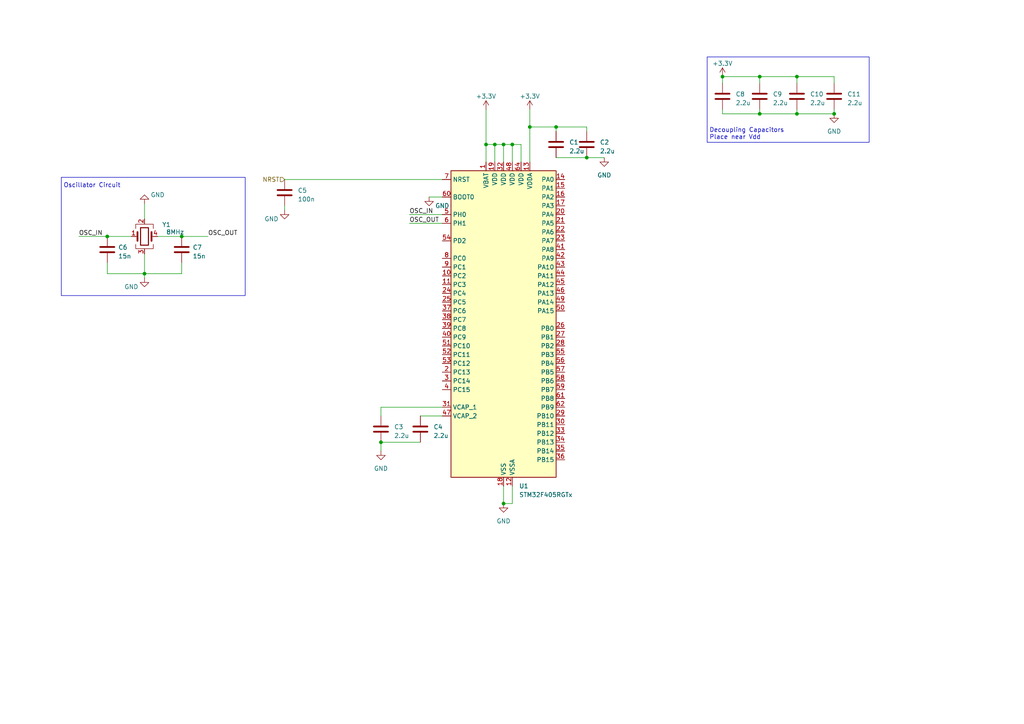
<source format=kicad_sch>
(kicad_sch (version 20230121) (generator eeschema)
  (paper "A4")
  (lib_symbols
    (symbol "Device:C" (pin_numbers hide) (pin_names (offset 0.254))
      (property "Reference" "C" (at 0.635 2.54 0))
      (property "Value" "C" (at 0.635 -2.54 0))
      (symbol "C_0_1"
        (polyline (pts (xy -2.032 -0.762) (xy 2.032 -0.762)) (stroke (width 0.508)))
        (polyline (pts (xy -2.032 0.762) (xy 2.032 0.762)) (stroke (width 0.508)))
      )
      (symbol "C_1_1"
        (pin passive line (at 0 3.81 270) (length 2.794) (name "~") (number "1"))
        (pin passive line (at 0 -3.81 90) (length 2.794) (name "~") (number "2"))
      )
    )
    (symbol "Device:Crystal_GND23" (pin_names (offset 1.016) hide)
      (property "Reference" "Y" (at 3.175 5.08 0))
      (property "Value" "Crystal_GND23" (at 3.175 3.175 0))
      (symbol "Crystal_GND23_0_1"
        (rectangle (start -1.143 2.54) (end 1.143 -2.54) (stroke (width 0.3048)))
        (polyline (pts (xy -2.54 0) (xy -2.032 0)))
        (polyline (pts (xy -2.032 -1.27) (xy -2.032 1.27)) (stroke (width 0.508)))
        (polyline (pts (xy 0 -3.81) (xy 0 -3.556)))
        (polyline (pts (xy 0 3.556) (xy 0 3.81)))
        (polyline (pts (xy 2.032 -1.27) (xy 2.032 1.27)) (stroke (width 0.508)))
        (polyline (pts (xy 2.032 0) (xy 2.54 0)))
        (polyline (pts (xy -2.54 -2.286) (xy -2.54 -3.556) (xy 2.54 -3.556) (xy 2.54 -2.286)))
        (polyline (pts (xy -2.54 2.286) (xy -2.54 3.556) (xy 2.54 3.556) (xy 2.54 2.286)))
      )
      (symbol "Crystal_GND23_1_1"
        (pin passive line (at -3.81 0 0) (length 1.27) (name "1") (number "1"))
        (pin passive line (at 0 5.08 270) (length 1.27) (name "2") (number "2"))
        (pin passive line (at 0 -5.08 90) (length 1.27) (name "3") (number "3"))
        (pin passive line (at 3.81 0 180) (length 1.27) (name "4") (number "4"))
      )
    )
    (symbol "MCU_ST_STM32F4:STM32F405RGTx"
      (property "Reference" "U" (at -15.24 46.99 0))
      (property "Value" "STM32F405RGTx" (at 10.16 46.99 0))
      (symbol "STM32F405RGTx_0_1"
        (rectangle (start -15.24 -43.18) (end 15.24 45.72) (stroke (width 0.254)) (fill (type background)))
      )
      (symbol "STM32F405RGTx_1_1"
        (pin power_in line (at -5.08 48.26 270) (length 2.54) (name "VBAT") (number "1"))
        (pin bidirectional line (at -17.78 15.24 0) (length 2.54) (name "PC2") (number "10"))
        (pin bidirectional line (at -17.78 12.7 0) (length 2.54) (name "PC3") (number "11"))
        (pin power_in line (at 2.54 -45.72 90) (length 2.54) (name "VSSA") (number "12"))
        (pin power_in line (at 7.62 48.26 270) (length 2.54) (name "VDDA") (number "13"))
        (pin bidirectional line (at 17.78 43.18 180) (length 2.54) (name "PA0") (number "14"))
        (pin bidirectional line (at 17.78 40.64 180) (length 2.54) (name "PA1") (number "15"))
        (pin bidirectional line (at 17.78 38.1 180) (length 2.54) (name "PA2") (number "16"))
        (pin bidirectional line (at 17.78 35.56 180) (length 2.54) (name "PA3") (number "17"))
        (pin power_in line (at 0 -45.72 90) (length 2.54) (name "VSS") (number "18"))
        (pin power_in line (at -2.54 48.26 270) (length 2.54) (name "VDD") (number "19"))
        (pin bidirectional line (at -17.78 -12.7 0) (length 2.54) (name "PC13") (number "2"))
        (pin bidirectional line (at 17.78 33.02 180) (length 2.54) (name "PA4") (number "20"))
        (pin bidirectional line (at 17.78 30.48 180) (length 2.54) (name "PA5") (number "21"))
        (pin bidirectional line (at 17.78 27.94 180) (length 2.54) (name "PA6") (number "22"))
        (pin bidirectional line (at 17.78 25.4 180) (length 2.54) (name "PA7") (number "23"))
        (pin bidirectional line (at -17.78 10.16 0) (length 2.54) (name "PC4") (number "24"))
        (pin bidirectional line (at -17.78 7.62 0) (length 2.54) (name "PC5") (number "25"))
        (pin bidirectional line (at 17.78 0 180) (length 2.54) (name "PB0") (number "26"))
        (pin bidirectional line (at 17.78 -2.54 180) (length 2.54) (name "PB1") (number "27"))
        (pin bidirectional line (at 17.78 -5.08 180) (length 2.54) (name "PB2") (number "28"))
        (pin bidirectional line (at 17.78 -25.4 180) (length 2.54) (name "PB10") (number "29"))
        (pin bidirectional line (at -17.78 -15.24 0) (length 2.54) (name "PC14") (number "3"))
        (pin bidirectional line (at 17.78 -27.94 180) (length 2.54) (name "PB11") (number "30"))
        (pin power_out line (at -17.78 -22.86 0) (length 2.54) (name "VCAP_1") (number "31"))
        (pin power_in line (at 0 48.26 270) (length 2.54) (name "VDD") (number "32"))
        (pin bidirectional line (at 17.78 -30.48 180) (length 2.54) (name "PB12") (number "33"))
        (pin bidirectional line (at 17.78 -33.02 180) (length 2.54) (name "PB13") (number "34"))
        (pin bidirectional line (at 17.78 -35.56 180) (length 2.54) (name "PB14") (number "35"))
        (pin bidirectional line (at 17.78 -38.1 180) (length 2.54) (name "PB15") (number "36"))
        (pin bidirectional line (at -17.78 5.08 0) (length 2.54) (name "PC6") (number "37"))
        (pin bidirectional line (at -17.78 2.54 0) (length 2.54) (name "PC7") (number "38"))
        (pin bidirectional line (at -17.78 0 0) (length 2.54) (name "PC8") (number "39"))
        (pin bidirectional line (at -17.78 -17.78 0) (length 2.54) (name "PC15") (number "4"))
        (pin bidirectional line (at -17.78 -2.54 0) (length 2.54) (name "PC9") (number "40"))
        (pin bidirectional line (at 17.78 22.86 180) (length 2.54) (name "PA8") (number "41"))
        (pin bidirectional line (at 17.78 20.32 180) (length 2.54) (name "PA9") (number "42"))
        (pin bidirectional line (at 17.78 17.78 180) (length 2.54) (name "PA10") (number "43"))
        (pin bidirectional line (at 17.78 15.24 180) (length 2.54) (name "PA11") (number "44"))
        (pin bidirectional line (at 17.78 12.7 180) (length 2.54) (name "PA12") (number "45"))
        (pin bidirectional line (at 17.78 10.16 180) (length 2.54) (name "PA13") (number "46"))
        (pin power_out line (at -17.78 -25.4 0) (length 2.54) (name "VCAP_2") (number "47"))
        (pin power_in line (at 2.54 48.26 270) (length 2.54) (name "VDD") (number "48"))
        (pin bidirectional line (at 17.78 7.62 180) (length 2.54) (name "PA14") (number "49"))
        (pin bidirectional line (at -17.78 33.02 0) (length 2.54) (name "PH0") (number "5"))
        (pin bidirectional line (at 17.78 5.08 180) (length 2.54) (name "PA15") (number "50"))
        (pin bidirectional line (at -17.78 -5.08 0) (length 2.54) (name "PC10") (number "51"))
        (pin bidirectional line (at -17.78 -7.62 0) (length 2.54) (name "PC11") (number "52"))
        (pin bidirectional line (at -17.78 -10.16 0) (length 2.54) (name "PC12") (number "53"))
        (pin bidirectional line (at -17.78 25.4 0) (length 2.54) (name "PD2") (number "54"))
        (pin bidirectional line (at 17.78 -7.62 180) (length 2.54) (name "PB3") (number "55"))
        (pin bidirectional line (at 17.78 -10.16 180) (length 2.54) (name "PB4") (number "56"))
        (pin bidirectional line (at 17.78 -12.7 180) (length 2.54) (name "PB5") (number "57"))
        (pin bidirectional line (at 17.78 -15.24 180) (length 2.54) (name "PB6") (number "58"))
        (pin bidirectional line (at 17.78 -17.78 180) (length 2.54) (name "PB7") (number "59"))
        (pin bidirectional line (at -17.78 30.48 0) (length 2.54) (name "PH1") (number "6"))
        (pin input line (at -17.78 38.1 0) (length 2.54) (name "BOOT0") (number "60"))
        (pin bidirectional line (at 17.78 -20.32 180) (length 2.54) (name "PB8") (number "61"))
        (pin bidirectional line (at 17.78 -22.86 180) (length 2.54) (name "PB9") (number "62"))
        (pin passive line (at 0 -45.72 90) (length 2.54) hide (name "VSS") (number "63"))
        (pin power_in line (at 5.08 48.26 270) (length 2.54) (name "VDD") (number "64"))
        (pin input line (at -17.78 43.18 0) (length 2.54) (name "NRST") (number "7"))
        (pin bidirectional line (at -17.78 20.32 0) (length 2.54) (name "PC0") (number "8"))
        (pin bidirectional line (at -17.78 17.78 0) (length 2.54) (name "PC1") (number "9"))
      )
    )
    (symbol "power:+3.3V" (power) (pin_names (offset 0))
      (property "Value" "+3.3V" (at 0 3.556 0))
      (symbol "+3.3V_0_1"
        (polyline (pts (xy -0.762 1.27) (xy 0 2.54)))
        (polyline (pts (xy 0 0) (xy 0 2.54)))
        (polyline (pts (xy 0 2.54) (xy 0.762 1.27)))
      )
      (symbol "+3.3V_1_1"
        (pin power_in line (at 0 0 90) (length 0) hide (name "+3.3V") (number "1"))
      )
    )
    (symbol "power:GND" (power) (pin_names (offset 0))
      (property "Value" "GND" (at 0 -3.81 0))
      (symbol "GND_0_1"
        (polyline (pts (xy 0 0) (xy 0 -1.27) (xy 1.27 -1.27) (xy 0 -2.54) (xy -1.27 -1.27) (xy 0 -1.27)))
      )
      (symbol "GND_1_1"
        (pin power_in line (at 0 0 270) (length 0) hide (name "GND") (number "1"))
      )
    )
  )
  (junction (at 146.05 41.91))
  (junction (at 170.18 45.72))
  (junction (at 31.115 68.58))
  (junction (at 153.67 36.83))
  (junction (at 146.05 146.05))
  (junction (at 148.59 41.91))
  (junction (at 52.705 68.58))
  (junction (at 143.51 41.91))
  (junction (at 241.935 33.02))
  (junction (at 220.345 33.02))
  (junction (at 231.14 33.02))
  (junction (at 41.91 79.375))
  (junction (at 110.49 128.27))
  (junction (at 161.29 36.83))
  (junction (at 220.345 22.225))
  (junction (at 140.97 41.91))
  (junction (at 209.55 22.225))
  (junction (at 231.14 22.225))
  (wire (pts (xy 220.345 22.225) (xy 231.14 22.225)))
  (wire (pts (xy 41.91 73.66) (xy 41.91 79.375)))
  (wire (pts (xy 148.59 41.91) (xy 148.59 46.99)))
  (wire (pts (xy 140.97 46.99) (xy 140.97 41.91)))
  (wire (pts (xy 45.72 68.58) (xy 52.705 68.58)))
  (wire (pts (xy 52.705 68.58) (xy 60.325 68.58)))
  (wire (pts (xy 231.14 31.75) (xy 231.14 33.02)))
  (wire (pts (xy 151.13 41.91) (xy 151.13 46.99)))
  (wire (pts (xy 146.05 41.91) (xy 148.59 41.91)))
  (wire (pts (xy 161.29 36.83) (xy 161.29 38.1)))
  (wire (pts (xy 220.345 31.75) (xy 220.345 33.02)))
  (wire (pts (xy 231.14 22.225) (xy 241.935 22.225)))
  (wire (pts (xy 148.59 41.91) (xy 151.13 41.91)))
  (wire (pts (xy 170.18 45.72) (xy 175.26 45.72)))
  (wire (pts (xy 124.46 57.15) (xy 128.27 57.15)))
  (wire (pts (xy 220.345 33.02) (xy 231.14 33.02)))
  (wire (pts (xy 140.97 31.75) (xy 140.97 41.91)))
  (wire (pts (xy 148.59 146.05) (xy 146.05 146.05)))
  (wire (pts (xy 143.51 41.91) (xy 143.51 46.99)))
  (wire (pts (xy 143.51 41.91) (xy 146.05 41.91)))
  (wire (pts (xy 82.55 52.07) (xy 128.27 52.07)))
  (wire (pts (xy 31.115 79.375) (xy 41.91 79.375)))
  (wire (pts (xy 209.55 33.02) (xy 220.345 33.02)))
  (wire (pts (xy 153.67 31.75) (xy 153.67 36.83)))
  (wire (pts (xy 118.745 64.77) (xy 128.27 64.77)))
  (wire (pts (xy 220.345 22.225) (xy 220.345 24.13)))
  (wire (pts (xy 170.18 38.1) (xy 170.18 36.83)))
  (wire (pts (xy 231.14 22.225) (xy 231.14 24.13)))
  (wire (pts (xy 118.745 62.23) (xy 128.27 62.23)))
  (wire (pts (xy 241.935 33.02) (xy 241.935 31.75)))
  (wire (pts (xy 22.86 68.58) (xy 31.115 68.58)))
  (wire (pts (xy 161.29 45.72) (xy 170.18 45.72)))
  (wire (pts (xy 52.705 76.2) (xy 52.705 79.375)))
  (wire (pts (xy 146.05 41.91) (xy 146.05 46.99)))
  (wire (pts (xy 209.55 22.225) (xy 209.55 24.13)))
  (wire (pts (xy 146.05 146.05) (xy 146.05 140.97)))
  (wire (pts (xy 161.29 36.83) (xy 170.18 36.83)))
  (wire (pts (xy 41.91 59.055) (xy 41.91 63.5)))
  (wire (pts (xy 110.49 128.27) (xy 121.92 128.27)))
  (wire (pts (xy 231.14 33.02) (xy 241.935 33.02)))
  (wire (pts (xy 209.55 31.75) (xy 209.55 33.02)))
  (wire (pts (xy 209.55 22.225) (xy 220.345 22.225)))
  (wire (pts (xy 110.49 118.11) (xy 128.27 118.11)))
  (wire (pts (xy 31.115 76.2) (xy 31.115 79.375)))
  (wire (pts (xy 153.67 36.83) (xy 161.29 36.83)))
  (wire (pts (xy 110.49 120.65) (xy 110.49 118.11)))
  (wire (pts (xy 241.935 22.225) (xy 241.935 24.13)))
  (wire (pts (xy 52.705 79.375) (xy 41.91 79.375)))
  (wire (pts (xy 153.67 36.83) (xy 153.67 46.99)))
  (wire (pts (xy 148.59 140.97) (xy 148.59 146.05)))
  (wire (pts (xy 82.55 59.69) (xy 82.55 60.96)))
  (wire (pts (xy 121.92 120.65) (xy 128.27 120.65)))
  (wire (pts (xy 41.91 79.375) (xy 41.91 80.645)))
  (wire (pts (xy 31.115 68.58) (xy 38.1 68.58)))
  (wire (pts (xy 110.49 128.27) (xy 110.49 130.81)))
  (wire (pts (xy 140.97 41.91) (xy 143.51 41.91)))
  (rectangle (start 205.105 16.51) (end 252.095 41.275))
  (rectangle (start 17.78 51.435) (end 71.12 85.725))
  (text "Decoupling Capacitors\nPlace near Vdd" (at 205.74 40.64 0) (effects (font (size 1.27 1.27)) (justify left bottom)))
  (text "Oscillator Circuit" (at 18.415 54.61 0) (effects (font (size 1.27 1.27)) (justify left bottom)))
  (label "OSC_IN" (at 22.86 68.58 0))
  (label "OSC_IN" (at 118.745 62.23 0))
  (label "OSC_OUT" (at 60.325 68.58 0))
  (label "OSC_OUT" (at 118.745 64.77 0))
  (hierarchical_label "NRST" (shape input) (at 82.55 52.07 180))
  (symbol (lib_id "power:GND") (at 41.91 80.645 0) (unit 1)
    (property "Reference" "#PWR09" (effects hide))
    (property "Value" "GND" (at 38.1 83.185 0))
  )
  (symbol (lib_id "Device:Crystal_GND23") (at 41.91 68.58 0) (unit 1)
    (property "Reference" "Y1" (at 48.26 65.1511 0))
    (property "Value" "8MHz" (at 50.8 67.31 0))
  )
  (symbol (lib_id "Device:C") (at 170.18 41.91 0) (unit 1)
    (property "Reference" "C2" (at 173.99 41.275 0) (effects (justify left)))
    (property "Value" "2.2u" (at 173.99 43.815 0) (effects (justify left)))
  )
  (symbol (lib_id "Device:C") (at 161.29 41.91 0) (unit 1)
    (property "Reference" "C1" (at 165.1 41.275 0) (effects (justify left)))
    (property "Value" "2.2u" (at 165.1 43.815 0) (effects (justify left)))
  )
  (symbol (lib_id "Device:C") (at 121.92 124.46 0) (unit 1)
    (property "Reference" "C4" (at 125.73 123.825 0) (effects (justify left)))
    (property "Value" "2.2u" (at 125.73 126.365 0) (effects (justify left)))
  )
  (symbol (lib_id "power:GND") (at 175.26 45.72 0) (unit 1)
    (property "Reference" "#PWR04" (effects hide))
    (property "Value" "GND" (at 175.26 50.8 0))
  )
  (symbol (lib_id "Device:C") (at 231.14 27.94 0) (unit 1)
    (property "Reference" "C10" (at 234.95 27.305 0) (effects (justify left)))
    (property "Value" "2.2u" (at 234.95 29.845 0) (effects (justify left)))
  )
  (symbol (lib_id "Device:C") (at 220.345 27.94 0) (unit 1)
    (property "Reference" "C9" (at 224.155 27.305 0) (effects (justify left)))
    (property "Value" "2.2u" (at 224.155 29.845 0) (effects (justify left)))
  )
  (symbol (lib_id "Device:C") (at 241.935 27.94 0) (unit 1)
    (property "Reference" "C11" (at 245.745 27.305 0) (effects (justify left)))
    (property "Value" "2.2u" (at 245.745 29.845 0) (effects (justify left)))
  )
  (symbol (lib_id "Device:C") (at 209.55 27.94 0) (unit 1)
    (property "Reference" "C8" (at 213.36 27.305 0) (effects (justify left)))
    (property "Value" "2.2u" (at 213.36 29.845 0) (effects (justify left)))
  )
  (symbol (lib_id "power:+3.3V") (at 209.55 22.225 0) (unit 1)
    (property "Reference" "#PWR010" (effects hide))
    (property "Value" "+3.3V" (at 209.55 18.415 0))
  )
  (symbol (lib_id "power:+3.3V") (at 153.67 31.75 0) (unit 1)
    (property "Reference" "#PWR03" (effects hide))
    (property "Value" "+3.3V" (at 153.67 27.94 0))
  )
  (symbol (lib_id "power:+3.3V") (at 140.97 31.75 0) (unit 1)
    (property "Reference" "#PWR01" (effects hide))
    (property "Value" "+3.3V" (at 140.97 27.94 0))
  )
  (symbol (lib_id "Device:C") (at 31.115 72.39 0) (unit 1)
    (property "Reference" "C6" (at 34.29 71.755 0) (effects (justify left)))
    (property "Value" "15n" (at 34.29 74.295 0) (effects (justify left)))
  )
  (symbol (lib_id "Device:C") (at 82.55 55.88 0) (unit 1)
    (property "Reference" "C5" (at 86.36 55.245 0) (effects (justify left)))
    (property "Value" "100n" (at 86.36 57.785 0) (effects (justify left)))
  )
  (symbol (lib_id "power:GND") (at 110.49 130.81 0) (unit 1)
    (property "Reference" "#PWR06" (effects hide))
    (property "Value" "GND" (at 110.49 135.89 0))
  )
  (symbol (lib_id "Device:C") (at 110.49 124.46 0) (unit 1)
    (property "Reference" "C3" (at 114.3 123.825 0) (effects (justify left)))
    (property "Value" "2.2u" (at 114.3 126.365 0) (effects (justify left)))
  )
  (symbol (lib_id "power:GND") (at 146.05 146.05 0) (unit 1)
    (property "Reference" "#PWR02" (effects hide))
    (property "Value" "GND" (at 146.05 151.13 0))
  )
  (symbol (lib_id "power:GND") (at 82.55 60.96 0) (unit 1)
    (property "Reference" "#PWR07" (effects hide))
    (property "Value" "GND" (at 78.74 63.5 0))
  )
  (symbol (lib_id "power:GND") (at 124.46 57.15 0) (unit 1)
    (property "Reference" "#PWR05" (effects hide))
    (property "Value" "GND" (at 128.27 59.69 0))
  )
  (symbol (lib_id "MCU_ST_STM32F4:STM32F405RGTx") (at 146.05 95.25 0) (unit 1)
    (property "Reference" "U1" (at 150.5459 140.97 0) (effects (justify left)))
    (property "Value" "STM32F405RGTx" (at 150.5459 143.51 0) (effects (justify left)))
    (property "Footprint" "Package_QFP:LQFP-64_10x10mm_P0.5mm" (effects hide))
    (property "Datasheet" "https://www.st.com/resource/en/datasheet/stm32f405rg.pdf" (effects hide))
  )
  (symbol (lib_id "power:GND") (at 241.935 33.02 0) (unit 1)
    (property "Reference" "#PWR011" (effects hide))
    (property "Value" "GND" (at 241.935 38.1 0))
  )
  (symbol (lib_id "Device:C") (at 52.705 72.39 0) (unit 1)
    (property "Reference" "C7" (at 55.88 71.755 0) (effects (justify left)))
    (property "Value" "15n" (at 55.88 74.295 0) (effects (justify left)))
  )
  (symbol (lib_id "power:GND") (at 41.91 59.055 180) (unit 1)
    (property "Reference" "#PWR08" (effects hide))
    (property "Value" "GND" (at 45.72 56.515 0))
  )
)
</source>
